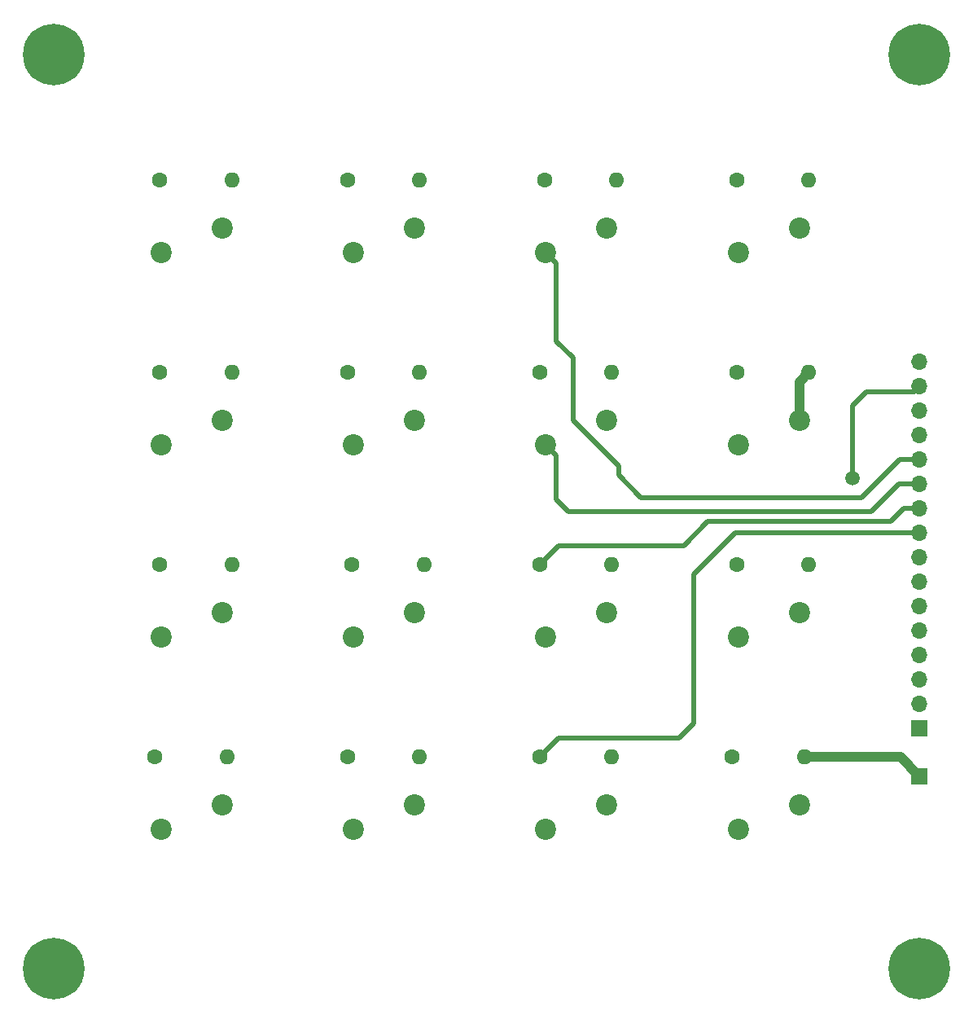
<source format=gbr>
%TF.GenerationSoftware,KiCad,Pcbnew,(5.1.10-1-10_14)*%
%TF.CreationDate,2021-06-29T17:53:49+10:00*%
%TF.ProjectId,octal keyboard,6f637461-6c20-46b6-9579-626f6172642e,rev?*%
%TF.SameCoordinates,Original*%
%TF.FileFunction,Copper,L1,Top*%
%TF.FilePolarity,Positive*%
%FSLAX46Y46*%
G04 Gerber Fmt 4.6, Leading zero omitted, Abs format (unit mm)*
G04 Created by KiCad (PCBNEW (5.1.10-1-10_14)) date 2021-06-29 17:53:49*
%MOMM*%
%LPD*%
G01*
G04 APERTURE LIST*
%TA.AperFunction,ComponentPad*%
%ADD10R,1.700000X1.700000*%
%TD*%
%TA.AperFunction,ComponentPad*%
%ADD11O,1.700000X1.700000*%
%TD*%
%TA.AperFunction,ComponentPad*%
%ADD12C,0.800000*%
%TD*%
%TA.AperFunction,ComponentPad*%
%ADD13C,6.400000*%
%TD*%
%TA.AperFunction,ComponentPad*%
%ADD14O,1.600000X1.600000*%
%TD*%
%TA.AperFunction,ComponentPad*%
%ADD15C,1.600000*%
%TD*%
%TA.AperFunction,ComponentPad*%
%ADD16C,2.200000*%
%TD*%
%TA.AperFunction,ViaPad*%
%ADD17C,1.500000*%
%TD*%
%TA.AperFunction,Conductor*%
%ADD18C,0.500000*%
%TD*%
%TA.AperFunction,Conductor*%
%ADD19C,1.000000*%
%TD*%
G04 APERTURE END LIST*
D10*
%TO.P,J2,1*%
%TO.N,COM*%
X196500000Y-120000000D03*
%TD*%
D11*
%TO.P,J1,16*%
%TO.N,CR*%
X196500000Y-76900000D03*
%TO.P,J1,15*%
%TO.N,LF*%
X196500000Y-79440000D03*
%TO.P,J1,14*%
%TO.N,DIV*%
X196500000Y-81980000D03*
%TO.P,J1,13*%
%TO.N,X*%
X196500000Y-84520000D03*
%TO.P,J1,12*%
%TO.N,9*%
X196500000Y-87060000D03*
%TO.P,J1,11*%
%TO.N,6*%
X196500000Y-89600000D03*
%TO.P,J1,10*%
%TO.N,3*%
X196500000Y-92140000D03*
%TO.P,J1,9*%
%TO.N,-*%
X196500000Y-94680000D03*
%TO.P,J1,8*%
%TO.N,+*%
X196500000Y-97220000D03*
%TO.P,J1,7*%
%TO.N,2*%
X196500000Y-99760000D03*
%TO.P,J1,6*%
%TO.N,5*%
X196500000Y-102300000D03*
%TO.P,J1,5*%
%TO.N,8*%
X196500000Y-104840000D03*
%TO.P,J1,4*%
%TO.N,7*%
X196500000Y-107380000D03*
%TO.P,J1,3*%
%TO.N,4*%
X196500000Y-109920000D03*
%TO.P,J1,2*%
%TO.N,1*%
X196500000Y-112460000D03*
D10*
%TO.P,J1,1*%
%TO.N,0*%
X196500000Y-115000000D03*
%TD*%
D12*
%TO.P,H3,1*%
%TO.N,COM*%
X108197056Y-138302944D03*
X106500000Y-137600000D03*
X104802944Y-138302944D03*
X104100000Y-140000000D03*
X104802944Y-141697056D03*
X106500000Y-142400000D03*
X108197056Y-141697056D03*
X108900000Y-140000000D03*
D13*
X106500000Y-140000000D03*
%TD*%
D12*
%TO.P,H1,1*%
%TO.N,COM*%
X108197056Y-43302944D03*
X106500000Y-42600000D03*
X104802944Y-43302944D03*
X104100000Y-45000000D03*
X104802944Y-46697056D03*
X106500000Y-47400000D03*
X108197056Y-46697056D03*
X108900000Y-45000000D03*
D13*
X106500000Y-45000000D03*
%TD*%
D14*
%TO.P,C16,2*%
%TO.N,COM*%
X165000000Y-58000000D03*
D15*
%TO.P,C16,1*%
%TO.N,9*%
X157500000Y-58000000D03*
%TD*%
D14*
%TO.P,C15,2*%
%TO.N,COM*%
X144500000Y-58000000D03*
D15*
%TO.P,C15,1*%
%TO.N,8*%
X137000000Y-58000000D03*
%TD*%
D14*
%TO.P,C14,2*%
%TO.N,COM*%
X125000000Y-58000000D03*
D15*
%TO.P,C14,1*%
%TO.N,7*%
X117500000Y-58000000D03*
%TD*%
D14*
%TO.P,C13,2*%
%TO.N,COM*%
X164500000Y-78000000D03*
D15*
%TO.P,C13,1*%
%TO.N,6*%
X157000000Y-78000000D03*
%TD*%
D14*
%TO.P,C12,2*%
%TO.N,COM*%
X144500000Y-118000000D03*
D15*
%TO.P,C12,1*%
%TO.N,+*%
X137000000Y-118000000D03*
%TD*%
D14*
%TO.P,C11,2*%
%TO.N,COM*%
X144500000Y-78000000D03*
D15*
%TO.P,C11,1*%
%TO.N,5*%
X137000000Y-78000000D03*
%TD*%
D14*
%TO.P,C10,2*%
%TO.N,COM*%
X184500000Y-118000000D03*
D15*
%TO.P,C10,1*%
%TO.N,CR*%
X177000000Y-118000000D03*
%TD*%
D14*
%TO.P,C9,2*%
%TO.N,COM*%
X125000000Y-78000000D03*
D15*
%TO.P,C9,1*%
%TO.N,4*%
X117500000Y-78000000D03*
%TD*%
D14*
%TO.P,C8,2*%
%TO.N,COM*%
X164500000Y-118000000D03*
D15*
%TO.P,C8,1*%
%TO.N,-*%
X157000000Y-118000000D03*
%TD*%
D14*
%TO.P,C7,2*%
%TO.N,COM*%
X164500000Y-98000000D03*
D15*
%TO.P,C7,1*%
%TO.N,3*%
X157000000Y-98000000D03*
%TD*%
D14*
%TO.P,C6,2*%
%TO.N,COM*%
X185000000Y-58000000D03*
D15*
%TO.P,C6,1*%
%TO.N,X*%
X177500000Y-58000000D03*
%TD*%
D14*
%TO.P,C5,2*%
%TO.N,COM*%
X145000000Y-98000000D03*
D15*
%TO.P,C5,1*%
%TO.N,2*%
X137500000Y-98000000D03*
%TD*%
D14*
%TO.P,C4,2*%
%TO.N,COM*%
X185000000Y-78000000D03*
D15*
%TO.P,C4,1*%
%TO.N,DIV*%
X177500000Y-78000000D03*
%TD*%
D14*
%TO.P,C3,2*%
%TO.N,COM*%
X125000000Y-98000000D03*
D15*
%TO.P,C3,1*%
%TO.N,1*%
X117500000Y-98000000D03*
%TD*%
D14*
%TO.P,C2,2*%
%TO.N,COM*%
X185000000Y-98000000D03*
D15*
%TO.P,C2,1*%
%TO.N,LF*%
X177500000Y-98000000D03*
%TD*%
D14*
%TO.P,C1,2*%
%TO.N,COM*%
X124500000Y-118000000D03*
D15*
%TO.P,C1,1*%
%TO.N,0*%
X117000000Y-118000000D03*
%TD*%
D12*
%TO.P,H4,1*%
%TO.N,COM*%
X198197056Y-138302944D03*
X196500000Y-137600000D03*
X194802944Y-138302944D03*
X194100000Y-140000000D03*
X194802944Y-141697056D03*
X196500000Y-142400000D03*
X198197056Y-141697056D03*
X198900000Y-140000000D03*
D13*
X196500000Y-140000000D03*
%TD*%
D12*
%TO.P,H2,1*%
%TO.N,COM*%
X198197056Y-43302944D03*
X196500000Y-42600000D03*
X194802944Y-43302944D03*
X194100000Y-45000000D03*
X194802944Y-46697056D03*
X196500000Y-47400000D03*
X198197056Y-46697056D03*
X198900000Y-45000000D03*
D13*
X196500000Y-45000000D03*
%TD*%
D16*
%TO.P,SW1,1*%
%TO.N,COM*%
X124000000Y-122920000D03*
%TO.P,SW1,2*%
%TO.N,0*%
X117650000Y-125460000D03*
%TD*%
%TO.P,SW3,2*%
%TO.N,LF*%
X177650000Y-105540000D03*
%TO.P,SW3,1*%
%TO.N,COM*%
X184000000Y-103000000D03*
%TD*%
%TO.P,SW4,2*%
%TO.N,1*%
X117650000Y-105540000D03*
%TO.P,SW4,1*%
%TO.N,COM*%
X124000000Y-103000000D03*
%TD*%
%TO.P,SW5,1*%
%TO.N,COM*%
X184000000Y-83000000D03*
%TO.P,SW5,2*%
%TO.N,DIV*%
X177650000Y-85540000D03*
%TD*%
%TO.P,SW6,1*%
%TO.N,COM*%
X144000000Y-103000000D03*
%TO.P,SW6,2*%
%TO.N,2*%
X137650000Y-105540000D03*
%TD*%
%TO.P,SW7,2*%
%TO.N,X*%
X177650000Y-65540000D03*
%TO.P,SW7,1*%
%TO.N,COM*%
X184000000Y-63000000D03*
%TD*%
%TO.P,SW8,2*%
%TO.N,3*%
X157650000Y-105540000D03*
%TO.P,SW8,1*%
%TO.N,COM*%
X164000000Y-103000000D03*
%TD*%
%TO.P,SW9,1*%
%TO.N,COM*%
X164000000Y-123000000D03*
%TO.P,SW9,2*%
%TO.N,-*%
X157650000Y-125540000D03*
%TD*%
%TO.P,SW10,1*%
%TO.N,COM*%
X124000000Y-83000000D03*
%TO.P,SW10,2*%
%TO.N,4*%
X117650000Y-85540000D03*
%TD*%
%TO.P,SW11,2*%
%TO.N,CR*%
X177650000Y-125540000D03*
%TO.P,SW11,1*%
%TO.N,COM*%
X184000000Y-123000000D03*
%TD*%
%TO.P,SW12,2*%
%TO.N,5*%
X137650000Y-85540000D03*
%TO.P,SW12,1*%
%TO.N,COM*%
X144000000Y-83000000D03*
%TD*%
%TO.P,SW13,1*%
%TO.N,COM*%
X144000000Y-123000000D03*
%TO.P,SW13,2*%
%TO.N,+*%
X137650000Y-125540000D03*
%TD*%
%TO.P,SW14,1*%
%TO.N,COM*%
X164000000Y-83000000D03*
%TO.P,SW14,2*%
%TO.N,6*%
X157650000Y-85540000D03*
%TD*%
%TO.P,SW15,2*%
%TO.N,7*%
X117650000Y-65540000D03*
%TO.P,SW15,1*%
%TO.N,COM*%
X124000000Y-63000000D03*
%TD*%
%TO.P,SW16,1*%
%TO.N,COM*%
X144000000Y-63000000D03*
%TO.P,SW16,2*%
%TO.N,8*%
X137650000Y-65540000D03*
%TD*%
%TO.P,SW17,2*%
%TO.N,9*%
X157650000Y-65540000D03*
%TO.P,SW17,1*%
%TO.N,COM*%
X164000000Y-63000000D03*
%TD*%
D17*
%TO.N,LF*%
X189500000Y-89000000D03*
%TD*%
D18*
%TO.N,-*%
X196500000Y-94680000D02*
X177320000Y-94680000D01*
X177320000Y-94680000D02*
X173000000Y-99000000D01*
X173000000Y-99000000D02*
X173000000Y-114500000D01*
X173000000Y-114500000D02*
X171500000Y-116000000D01*
X159000000Y-116000000D02*
X157000000Y-118000000D01*
X171500000Y-116000000D02*
X159000000Y-116000000D01*
%TO.N,3*%
X159000000Y-96000000D02*
X157000000Y-98000000D01*
X172000000Y-96000000D02*
X159000000Y-96000000D01*
X174500000Y-93500000D02*
X172000000Y-96000000D01*
X193500000Y-93500000D02*
X174500000Y-93500000D01*
X194860000Y-92140000D02*
X193500000Y-93500000D01*
X196500000Y-92140000D02*
X194860000Y-92140000D01*
%TO.N,6*%
X158749999Y-86639999D02*
X157650000Y-85540000D01*
X158749999Y-91249999D02*
X158749999Y-86639999D01*
X160000000Y-92500000D02*
X158749999Y-91249999D01*
X194400000Y-89600000D02*
X191500000Y-92500000D01*
X191500000Y-92500000D02*
X160000000Y-92500000D01*
X196500000Y-89600000D02*
X194400000Y-89600000D01*
%TO.N,9*%
X196500000Y-87060000D02*
X194440000Y-87060000D01*
X194440000Y-87060000D02*
X190500000Y-91000000D01*
X165239999Y-88704001D02*
X165239999Y-87739999D01*
X167535998Y-91000000D02*
X165239999Y-88704001D01*
X190500000Y-91000000D02*
X167535998Y-91000000D01*
X165239999Y-87739999D02*
X160500000Y-83000000D01*
X160500000Y-83000000D02*
X160500000Y-76500000D01*
X158749999Y-66639999D02*
X157650000Y-65540000D01*
X158749999Y-74749999D02*
X158749999Y-66639999D01*
X160500000Y-76500000D02*
X158749999Y-74749999D01*
%TO.N,LF*%
X189500000Y-89000000D02*
X189500000Y-81500000D01*
X189500000Y-81500000D02*
X191000000Y-80000000D01*
X195940000Y-80000000D02*
X196500000Y-79440000D01*
X191000000Y-80000000D02*
X195940000Y-80000000D01*
D19*
%TO.N,COM*%
X184000000Y-79000000D02*
X185000000Y-78000000D01*
X184000000Y-83000000D02*
X184000000Y-79000000D01*
X194500000Y-118000000D02*
X196500000Y-120000000D01*
X184500000Y-118000000D02*
X194500000Y-118000000D01*
%TD*%
M02*

</source>
